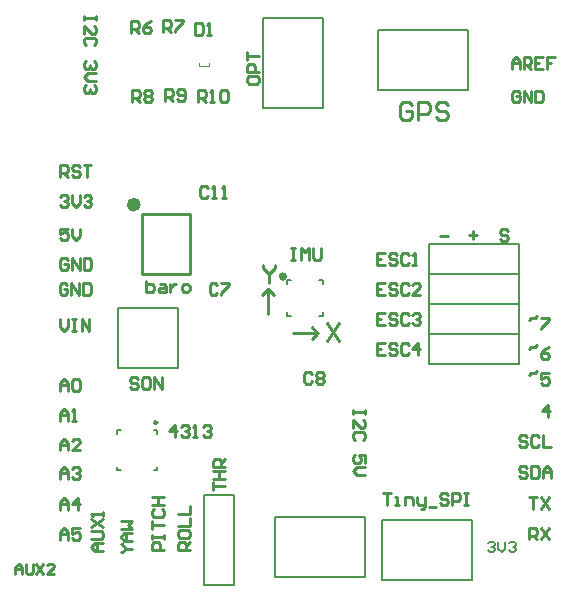
<source format=gto>
%FSAX42Y42*%
%MOMM*%
G71*
G01*
G75*
G04 Layer_Color=65535*
%ADD10R,1.70X1.70*%
%ADD11O,0.65X0.20*%
%ADD12O,0.20X0.65*%
%ADD13R,1.60X1.30*%
%ADD14R,1.30X1.60*%
%ADD15R,1.10X0.60*%
%ADD16R,1.40X1.00*%
%ADD17R,0.23X0.60*%
%ADD18R,0.60X0.23*%
%ADD19C,0.25*%
%ADD20C,0.24*%
%ADD21C,0.20*%
%ADD22C,1.50*%
%ADD23R,1.50X1.50*%
%ADD24R,1.50X1.50*%
%ADD25C,1.30*%
G04:AMPARAMS|DCode=26|XSize=3mm|YSize=1.5mm|CornerRadius=0mm|HoleSize=0mm|Usage=FLASHONLY|Rotation=0.000|XOffset=0mm|YOffset=0mm|HoleType=Round|Shape=Octagon|*
%AMOCTAGOND26*
4,1,8,1.50,-0.38,1.50,0.38,1.13,0.75,-1.13,0.75,-1.50,0.38,-1.50,-0.38,-1.13,-0.75,1.13,-0.75,1.50,-0.38,0.0*
%
%ADD26OCTAGOND26*%

%ADD27C,1.52*%
%ADD28C,0.50*%
%ADD29R,1.02X0.91*%
%ADD30R,0.91X1.02*%
%ADD31O,1.65X0.48*%
%ADD32R,0.60X1.10*%
%ADD33C,0.25*%
%ADD34C,0.60*%
%ADD35C,0.30*%
%ADD36C,0.10*%
%ADD37C,0.13*%
D19*
X003622Y005205D02*
X004022D01*
X003622D02*
Y005708D01*
X004022D01*
Y005205D02*
Y005708D01*
X004638Y005025D02*
X004685Y005072D01*
X004688Y004865D02*
Y005075D01*
X004690Y005072D02*
X004738Y005025D01*
X005058Y004650D02*
X005105Y004697D01*
X004897Y004700D02*
X005108D01*
X005058Y004750D02*
X005105Y004703D01*
X003900Y003822D02*
Y003922D01*
X003850Y003872D01*
X003917D01*
X003950Y003906D02*
X003967Y003922D01*
X004000D01*
X004017Y003906D01*
Y003889D01*
X004000Y003872D01*
X003983D01*
X004000D01*
X004017Y003856D01*
Y003839D01*
X004000Y003822D01*
X003967D01*
X003950Y003839D01*
X004050Y003822D02*
X004083D01*
X004067D01*
Y003922D01*
X004050Y003906D01*
X004133D02*
X004150Y003922D01*
X004183D01*
X004200Y003906D01*
Y003889D01*
X004183Y003872D01*
X004167D01*
X004183D01*
X004200Y003856D01*
Y003839D01*
X004183Y003822D01*
X004150D01*
X004133Y003839D01*
X004095Y006661D02*
Y006761D01*
X004145D01*
X004162Y006744D01*
Y006711D01*
X004145Y006694D01*
X004095D01*
X004129D02*
X004162Y006661D01*
X004195D02*
X004229D01*
X004212D01*
Y006761D01*
X004195Y006744D01*
X004279D02*
X004295Y006761D01*
X004329D01*
X004345Y006744D01*
Y006677D01*
X004329Y006661D01*
X004295D01*
X004279Y006677D01*
Y006744D01*
X003801Y007250D02*
Y007350D01*
X003851D01*
X003867Y007333D01*
Y007300D01*
X003851Y007283D01*
X003801D01*
X003834D02*
X003867Y007250D01*
X003901Y007350D02*
X003967D01*
Y007333D01*
X003901Y007267D01*
Y007250D01*
X003529Y007245D02*
Y007345D01*
X003579D01*
X003596Y007328D01*
Y007295D01*
X003579Y007278D01*
X003529D01*
X003562D02*
X003596Y007245D01*
X003696Y007345D02*
X003662Y007328D01*
X003629Y007295D01*
Y007262D01*
X003646Y007245D01*
X003679D01*
X003696Y007262D01*
Y007278D01*
X003679Y007295D01*
X003629D01*
X003816Y006668D02*
Y006768D01*
X003866D01*
X003883Y006752D01*
Y006718D01*
X003866Y006702D01*
X003816D01*
X003849D02*
X003883Y006668D01*
X003916Y006685D02*
X003933Y006668D01*
X003966D01*
X003983Y006685D01*
Y006752D01*
X003966Y006768D01*
X003933D01*
X003916Y006752D01*
Y006735D01*
X003933Y006718D01*
X003983D01*
X003537Y006658D02*
Y006758D01*
X003587D01*
X003603Y006741D01*
Y006708D01*
X003587Y006691D01*
X003537D01*
X003570D02*
X003603Y006658D01*
X003637Y006741D02*
X003653Y006758D01*
X003687D01*
X003703Y006741D01*
Y006725D01*
X003687Y006708D01*
X003703Y006691D01*
Y006675D01*
X003687Y006658D01*
X003653D01*
X003637Y006675D01*
Y006691D01*
X003653Y006708D01*
X003637Y006725D01*
Y006741D01*
X003653Y006708D02*
X003687D01*
X004070Y007327D02*
Y007227D01*
X004120D01*
X004137Y007244D01*
Y007310D01*
X004120Y007327D01*
X004070D01*
X004170Y007227D02*
X004203D01*
X004187D01*
Y007327D01*
X004170Y007310D01*
X003438Y002845D02*
X003454D01*
X003488Y002878D01*
X003454Y002912D01*
X003438D01*
X003488Y002878D02*
X003538D01*
Y002945D02*
X003471D01*
X003438Y002978D01*
X003471Y003012D01*
X003538D01*
X003488D01*
Y002945D01*
X003438Y003045D02*
X003538D01*
X003504Y003078D01*
X003538Y003112D01*
X003438D01*
X004220Y003370D02*
Y003437D01*
Y003404D01*
X004320D01*
X004220Y003470D02*
X004320D01*
X004270D01*
Y003537D01*
X004220D01*
X004320D01*
Y003570D02*
X004220D01*
Y003620D01*
X004237Y003637D01*
X004270D01*
X004287Y003620D01*
Y003570D01*
Y003603D02*
X004320Y003637D01*
X004028Y002867D02*
X003928D01*
Y002917D01*
X003944Y002934D01*
X003978D01*
X003994Y002917D01*
Y002867D01*
Y002901D02*
X004028Y002934D01*
X003928Y003017D02*
Y002984D01*
X003944Y002967D01*
X004011D01*
X004028Y002984D01*
Y003017D01*
X004011Y003034D01*
X003944D01*
X003928Y003017D01*
Y003067D02*
X004028D01*
Y003134D01*
X003928Y003167D02*
X004028D01*
Y003234D01*
X003805Y002862D02*
X003705D01*
Y002912D01*
X003722Y002929D01*
X003755D01*
X003772Y002912D01*
Y002862D01*
X003705Y002962D02*
Y002996D01*
Y002979D01*
X003805D01*
Y002962D01*
Y002996D01*
X003705Y003046D02*
Y003112D01*
Y003079D01*
X003805D01*
X003722Y003212D02*
X003705Y003196D01*
Y003162D01*
X003722Y003146D01*
X003788D01*
X003805Y003162D01*
Y003196D01*
X003788Y003212D01*
X003705Y003246D02*
X003805D01*
X003755D01*
Y003312D01*
X003705D01*
X003805D01*
X005677Y004618D02*
X005610D01*
Y004518D01*
X005677D01*
X005610Y004568D02*
X005643D01*
X005777Y004601D02*
X005760Y004618D01*
X005727D01*
X005710Y004601D01*
Y004585D01*
X005727Y004568D01*
X005760D01*
X005777Y004551D01*
Y004535D01*
X005760Y004518D01*
X005727D01*
X005710Y004535D01*
X005877Y004601D02*
X005860Y004618D01*
X005827D01*
X005810Y004601D01*
Y004535D01*
X005827Y004518D01*
X005860D01*
X005877Y004535D01*
X005960Y004518D02*
Y004618D01*
X005910Y004568D01*
X005977D01*
X005677Y004872D02*
X005610D01*
Y004772D01*
X005677D01*
X005610Y004822D02*
X005643D01*
X005777Y004855D02*
X005760Y004872D01*
X005727D01*
X005710Y004855D01*
Y004839D01*
X005727Y004822D01*
X005760D01*
X005777Y004805D01*
Y004789D01*
X005760Y004772D01*
X005727D01*
X005710Y004789D01*
X005877Y004855D02*
X005860Y004872D01*
X005827D01*
X005810Y004855D01*
Y004789D01*
X005827Y004772D01*
X005860D01*
X005877Y004789D01*
X005910Y004855D02*
X005927Y004872D01*
X005960D01*
X005977Y004855D01*
Y004839D01*
X005960Y004822D01*
X005943D01*
X005960D01*
X005977Y004805D01*
Y004789D01*
X005960Y004772D01*
X005927D01*
X005910Y004789D01*
X005677Y005126D02*
X005610D01*
Y005026D01*
X005677D01*
X005610Y005076D02*
X005643D01*
X005777Y005109D02*
X005760Y005126D01*
X005727D01*
X005710Y005109D01*
Y005093D01*
X005727Y005076D01*
X005760D01*
X005777Y005059D01*
Y005043D01*
X005760Y005026D01*
X005727D01*
X005710Y005043D01*
X005877Y005109D02*
X005860Y005126D01*
X005827D01*
X005810Y005109D01*
Y005043D01*
X005827Y005026D01*
X005860D01*
X005877Y005043D01*
X005977Y005026D02*
X005910D01*
X005977Y005093D01*
Y005109D01*
X005960Y005126D01*
X005927D01*
X005910Y005109D01*
X005677Y005380D02*
X005610D01*
Y005280D01*
X005677D01*
X005610Y005330D02*
X005643D01*
X005777Y005363D02*
X005760Y005380D01*
X005727D01*
X005710Y005363D01*
Y005347D01*
X005727Y005330D01*
X005760D01*
X005777Y005313D01*
Y005297D01*
X005760Y005280D01*
X005727D01*
X005710Y005297D01*
X005877Y005363D02*
X005860Y005380D01*
X005827D01*
X005810Y005363D01*
Y005297D01*
X005827Y005280D01*
X005860D01*
X005877Y005297D01*
X005910Y005280D02*
X005943D01*
X005927D01*
Y005380D01*
X005910Y005363D01*
X003288Y002858D02*
X003221D01*
X003188Y002891D01*
X003221Y002924D01*
X003288D01*
X003238D01*
Y002858D01*
X003188Y002957D02*
X003271D01*
X003288Y002974D01*
Y003007D01*
X003271Y003024D01*
X003188D01*
Y003057D02*
X003288Y003124D01*
X003188D02*
X003288Y003057D01*
Y003157D02*
Y003191D01*
Y003174D01*
X003188D01*
X003204Y003157D01*
X004883Y005420D02*
X004916D01*
X004899D01*
Y005320D01*
X004883D01*
X004916D01*
X004966D02*
Y005420D01*
X004999Y005387D01*
X005032Y005420D01*
Y005320D01*
X005066Y005420D02*
Y005337D01*
X005082Y005320D01*
X005116D01*
X005132Y005337D01*
Y005420D01*
X004259Y005108D02*
X004242Y005125D01*
X004209D01*
X004192Y005108D01*
Y005042D01*
X004209Y005025D01*
X004242D01*
X004259Y005042D01*
X004292Y005125D02*
X004359D01*
Y005108D01*
X004292Y005042D01*
Y005025D01*
X005057Y004358D02*
X005040Y004375D01*
X005007D01*
X004990Y004358D01*
Y004292D01*
X005007Y004275D01*
X005040D01*
X005057Y004292D01*
X005090Y004358D02*
X005107Y004375D01*
X005140D01*
X005157Y004358D01*
Y004342D01*
X005140Y004325D01*
X005157Y004308D01*
Y004292D01*
X005140Y004275D01*
X005107D01*
X005090Y004292D01*
Y004308D01*
X005107Y004325D01*
X005090Y004342D01*
Y004358D01*
X005107Y004325D02*
X005140D01*
X002545Y002660D02*
Y002720D01*
X002575Y002750D01*
X002605Y002720D01*
Y002660D01*
Y002705D01*
X002545D01*
X002635Y002750D02*
Y002675D01*
X002650Y002660D01*
X002680D01*
X002695Y002675D01*
Y002750D01*
X002725D02*
X002785Y002660D01*
Y002750D02*
X002725Y002660D01*
X002875D02*
X002815D01*
X002875Y002720D01*
Y002735D01*
X002860Y002750D01*
X002830D01*
X002815Y002735D01*
X003655Y005147D02*
Y005047D01*
X003705D01*
X003722Y005064D01*
Y005081D01*
Y005097D01*
X003705Y005114D01*
X003655D01*
X003772D02*
X003805D01*
X003822Y005097D01*
Y005047D01*
X003772D01*
X003755Y005064D01*
X003772Y005081D01*
X003822D01*
X003855Y005114D02*
Y005047D01*
Y005081D01*
X003872Y005097D01*
X003888Y005114D01*
X003905D01*
X003972Y005047D02*
X004005D01*
X004022Y005064D01*
Y005097D01*
X004005Y005114D01*
X003972D01*
X003955Y005097D01*
Y005064D01*
X003972Y005047D01*
X004179Y005928D02*
X004162Y005945D01*
X004129D01*
X004112Y005928D01*
Y005862D01*
X004129Y005845D01*
X004162D01*
X004179Y005862D01*
X004212Y005845D02*
X004246D01*
X004229D01*
Y005945D01*
X004212Y005928D01*
X004296Y005845D02*
X004329D01*
X004312D01*
Y005945D01*
X004296Y005928D01*
X005662Y003347D02*
X005729D01*
X005696D01*
Y003247D01*
X005762D02*
X005796D01*
X005779D01*
Y003314D01*
X005762D01*
X005846Y003247D02*
Y003314D01*
X005896D01*
X005912Y003297D01*
Y003247D01*
X005946Y003314D02*
Y003264D01*
X005962Y003247D01*
X006012D01*
Y003231D01*
X005996Y003214D01*
X005979D01*
X006012Y003247D02*
Y003314D01*
X006046Y003231D02*
X006112D01*
X006212Y003331D02*
X006196Y003347D01*
X006162D01*
X006146Y003331D01*
Y003314D01*
X006162Y003297D01*
X006196D01*
X006212Y003281D01*
Y003264D01*
X006196Y003247D01*
X006162D01*
X006146Y003264D01*
X006246Y003247D02*
Y003347D01*
X006296D01*
X006312Y003331D01*
Y003297D01*
X006296Y003281D01*
X006246D01*
X006346Y003347D02*
X006379D01*
X006362D01*
Y003247D01*
X006346D01*
X006379D01*
X004510Y006865D02*
Y006832D01*
X004527Y006815D01*
X004593D01*
X004610Y006832D01*
Y006865D01*
X004593Y006882D01*
X004527D01*
X004510Y006865D01*
X004610Y006915D02*
X004510D01*
Y006965D01*
X004527Y006982D01*
X004560D01*
X004577Y006965D01*
Y006915D01*
X004510Y007015D02*
Y007082D01*
Y007048D01*
X004610D01*
X003589Y004313D02*
X003572Y004330D01*
X003539D01*
X003522Y004313D01*
Y004297D01*
X003539Y004280D01*
X003572D01*
X003589Y004263D01*
Y004247D01*
X003572Y004230D01*
X003539D01*
X003522Y004247D01*
X003672Y004330D02*
X003639D01*
X003622Y004313D01*
Y004247D01*
X003639Y004230D01*
X003672D01*
X003689Y004247D01*
Y004313D01*
X003672Y004330D01*
X003722Y004230D02*
Y004330D01*
X003789Y004230D01*
Y004330D01*
X005904Y006629D02*
X005879Y006655D01*
X005828D01*
X005803Y006629D01*
Y006528D01*
X005828Y006503D01*
X005879D01*
X005904Y006528D01*
Y006579D01*
X005853D01*
X005955Y006503D02*
Y006655D01*
X006031D01*
X006056Y006629D01*
Y006579D01*
X006031Y006553D01*
X005955D01*
X006209Y006629D02*
X006183Y006655D01*
X006133D01*
X006107Y006629D01*
Y006604D01*
X006133Y006579D01*
X006183D01*
X006209Y006553D01*
Y006528D01*
X006183Y006503D01*
X006133D01*
X006107Y006528D01*
X006750Y006938D02*
Y007004D01*
X006783Y007037D01*
X006817Y007004D01*
Y006938D01*
Y006987D01*
X006750D01*
X006850Y006938D02*
Y007037D01*
X006900D01*
X006917Y007021D01*
Y006987D01*
X006900Y006971D01*
X006850D01*
X006883D02*
X006917Y006938D01*
X007017Y007037D02*
X006950D01*
Y006938D01*
X007017D01*
X006950Y006987D02*
X006983D01*
X007117Y007037D02*
X007050D01*
Y006987D01*
X007083D01*
X007050D01*
Y006938D01*
X006900Y004816D02*
X006917Y004832D01*
X006950D01*
X006967Y004849D01*
X007000Y004832D02*
X007067D01*
Y004816D01*
X007000Y004749D01*
Y004733D01*
X006900Y004566D02*
X006917Y004582D01*
X006950D01*
X006967Y004599D01*
X007067Y004582D02*
X007033Y004566D01*
X007000Y004532D01*
Y004499D01*
X007017Y004483D01*
X007050D01*
X007067Y004499D01*
Y004516D01*
X007050Y004532D01*
X007000D01*
X006900Y004348D02*
X006917Y004365D01*
X006950D01*
X006967Y004382D01*
X007067Y004365D02*
X007000D01*
Y004315D01*
X007033Y004332D01*
X007050D01*
X007067Y004315D01*
Y004282D01*
X007050Y004265D01*
X007017D01*
X007000Y004282D01*
X007057Y003990D02*
Y004090D01*
X007007Y004040D01*
X007074D01*
X002925Y006025D02*
Y006125D01*
X002975D01*
X002992Y006108D01*
Y006075D01*
X002975Y006058D01*
X002925D01*
X002958D02*
X002992Y006025D01*
X003092Y006108D02*
X003075Y006125D01*
X003042D01*
X003025Y006108D01*
Y006092D01*
X003042Y006075D01*
X003075D01*
X003092Y006058D01*
Y006042D01*
X003075Y006025D01*
X003042D01*
X003025Y006042D01*
X003125Y006125D02*
X003192D01*
X003158D01*
Y006025D01*
X006817Y006738D02*
X006800Y006755D01*
X006767D01*
X006750Y006738D01*
Y006672D01*
X006767Y006655D01*
X006800D01*
X006817Y006672D01*
Y006705D01*
X006783D01*
X006850Y006655D02*
Y006755D01*
X006917Y006655D01*
Y006755D01*
X006950D02*
Y006655D01*
X007000D01*
X007017Y006672D01*
Y006738D01*
X007000Y006755D01*
X006950D01*
X006879Y003818D02*
X006862Y003835D01*
X006829D01*
X006812Y003818D01*
Y003802D01*
X006829Y003785D01*
X006862D01*
X006879Y003768D01*
Y003752D01*
X006862Y003735D01*
X006829D01*
X006812Y003752D01*
X006979Y003818D02*
X006962Y003835D01*
X006929D01*
X006912Y003818D01*
Y003752D01*
X006929Y003735D01*
X006962D01*
X006979Y003752D01*
X007012Y003835D02*
Y003735D01*
X007079D01*
X006879Y003558D02*
X006862Y003575D01*
X006829D01*
X006812Y003558D01*
Y003542D01*
X006829Y003525D01*
X006862D01*
X006879Y003508D01*
Y003492D01*
X006862Y003475D01*
X006829D01*
X006812Y003492D01*
X006912Y003575D02*
Y003475D01*
X006962D01*
X006979Y003492D01*
Y003558D01*
X006962Y003575D01*
X006912D01*
X007012Y003475D02*
Y003542D01*
X007046Y003575D01*
X007079Y003542D01*
Y003475D01*
Y003525D01*
X007012D01*
X006900Y002955D02*
Y003055D01*
X006950D01*
X006967Y003038D01*
Y003005D01*
X006950Y002988D01*
X006900D01*
X006933D02*
X006967Y002955D01*
X007000Y003055D02*
X007067Y002955D01*
Y003055D02*
X007000Y002955D01*
X006900Y003315D02*
X006967D01*
X006933D01*
Y003215D01*
X007000Y003315D02*
X007067Y003215D01*
Y003315D02*
X007000Y003215D01*
X002925Y002950D02*
Y003017D01*
X002958Y003050D01*
X002992Y003017D01*
Y002950D01*
Y003000D01*
X002925D01*
X003092Y003050D02*
X003025D01*
Y003000D01*
X003058Y003017D01*
X003075D01*
X003092Y003000D01*
Y002967D01*
X003075Y002950D01*
X003042D01*
X003025Y002967D01*
X002925Y003208D02*
Y003274D01*
X002958Y003307D01*
X002992Y003274D01*
Y003208D01*
Y003257D01*
X002925D01*
X003075Y003208D02*
Y003307D01*
X003025Y003257D01*
X003092D01*
X002925Y003467D02*
Y003534D01*
X002958Y003567D01*
X002992Y003534D01*
Y003467D01*
Y003517D01*
X002925D01*
X003025Y003551D02*
X003042Y003567D01*
X003075D01*
X003092Y003551D01*
Y003534D01*
X003075Y003517D01*
X003058D01*
X003075D01*
X003092Y003501D01*
Y003484D01*
X003075Y003467D01*
X003042D01*
X003025Y003484D01*
X002925Y003708D02*
Y003774D01*
X002958Y003807D01*
X002992Y003774D01*
Y003708D01*
Y003757D01*
X002925D01*
X003092Y003708D02*
X003025D01*
X003092Y003774D01*
Y003791D01*
X003075Y003807D01*
X003042D01*
X003025Y003791D01*
X002925Y003958D02*
Y004024D01*
X002958Y004057D01*
X002992Y004024D01*
Y003958D01*
Y004007D01*
X002925D01*
X003025Y003958D02*
X003058D01*
X003042D01*
Y004057D01*
X003025Y004041D01*
X002925Y004215D02*
Y004282D01*
X002958Y004315D01*
X002992Y004282D01*
Y004215D01*
Y004265D01*
X002925D01*
X003025Y004298D02*
X003042Y004315D01*
X003075D01*
X003092Y004298D01*
Y004232D01*
X003075Y004215D01*
X003042D01*
X003025Y004232D01*
Y004298D01*
X002925Y004817D02*
Y004751D01*
X002958Y004717D01*
X002992Y004751D01*
Y004817D01*
X003025D02*
X003058D01*
X003042D01*
Y004717D01*
X003025D01*
X003058D01*
X003108D02*
Y004817D01*
X003175Y004717D01*
Y004817D01*
X002989Y005106D02*
X002972Y005122D01*
X002939D01*
X002923Y005106D01*
Y005039D01*
X002939Y005022D01*
X002972D01*
X002989Y005039D01*
Y005072D01*
X002956D01*
X003022Y005022D02*
Y005122D01*
X003089Y005022D01*
Y005122D01*
X003122D02*
Y005022D01*
X003172D01*
X003189Y005039D01*
Y005106D01*
X003172Y005122D01*
X003122D01*
X002992Y005321D02*
X002975Y005337D01*
X002942D01*
X002925Y005321D01*
Y005254D01*
X002942Y005238D01*
X002975D01*
X002992Y005254D01*
Y005287D01*
X002958D01*
X003025Y005238D02*
Y005337D01*
X003092Y005238D01*
Y005337D01*
X003125D02*
Y005238D01*
X003175D01*
X003192Y005254D01*
Y005321D01*
X003175Y005337D01*
X003125D01*
X002992Y005587D02*
X002925D01*
Y005537D01*
X002958Y005554D01*
X002975D01*
X002992Y005537D01*
Y005504D01*
X002975Y005488D01*
X002942D01*
X002925Y005504D01*
X003025Y005587D02*
Y005521D01*
X003058Y005488D01*
X003092Y005521D01*
Y005587D01*
X002925Y005856D02*
X002942Y005872D01*
X002975D01*
X002992Y005856D01*
Y005839D01*
X002975Y005822D01*
X002958D01*
X002975D01*
X002992Y005806D01*
Y005789D01*
X002975Y005772D01*
X002942D01*
X002925Y005789D01*
X003025Y005872D02*
Y005806D01*
X003058Y005772D01*
X003092Y005806D01*
Y005872D01*
X003125Y005856D02*
X003142Y005872D01*
X003175D01*
X003192Y005856D01*
Y005839D01*
X003175Y005822D01*
X003158D01*
X003175D01*
X003192Y005806D01*
Y005789D01*
X003175Y005772D01*
X003142D01*
X003125Y005789D01*
X003230Y007388D02*
Y007354D01*
Y007371D01*
X003130D01*
Y007388D01*
Y007354D01*
Y007238D02*
Y007304D01*
X003197Y007238D01*
X003213D01*
X003230Y007254D01*
Y007288D01*
X003213Y007304D01*
Y007138D02*
X003230Y007154D01*
Y007188D01*
X003213Y007204D01*
X003147D01*
X003130Y007188D01*
Y007154D01*
X003147Y007138D01*
X003213Y007004D02*
X003230Y006988D01*
Y006954D01*
X003213Y006938D01*
X003197D01*
X003180Y006954D01*
Y006971D01*
Y006954D01*
X003163Y006938D01*
X003147D01*
X003130Y006954D01*
Y006988D01*
X003147Y007004D01*
X003230Y006904D02*
X003163D01*
X003130Y006871D01*
X003163Y006838D01*
X003230D01*
X003213Y006804D02*
X003230Y006788D01*
Y006754D01*
X003213Y006738D01*
X003197D01*
X003180Y006754D01*
Y006771D01*
Y006754D01*
X003163Y006738D01*
X003147D01*
X003130Y006754D01*
Y006788D01*
X003147Y006804D01*
X005507Y004050D02*
Y004017D01*
Y004033D01*
X005408D01*
Y004050D01*
Y004017D01*
Y003900D02*
Y003967D01*
X005474Y003900D01*
X005491D01*
X005507Y003917D01*
Y003950D01*
X005491Y003967D01*
Y003800D02*
X005507Y003817D01*
Y003850D01*
X005491Y003867D01*
X005424D01*
X005408Y003850D01*
Y003817D01*
X005424Y003800D01*
X005507Y003600D02*
Y003667D01*
X005457D01*
X005474Y003633D01*
Y003617D01*
X005457Y003600D01*
X005424D01*
X005408Y003617D01*
Y003650D01*
X005424Y003667D01*
X005507Y003567D02*
X005441D01*
X005408Y003533D01*
X005441Y003500D01*
X005507D01*
X006147Y005525D02*
X006214D01*
X006392Y005535D02*
X006459D01*
X006426Y005568D02*
Y005502D01*
X006717Y005566D02*
X006700Y005582D01*
X006667D01*
X006650Y005566D01*
Y005549D01*
X006667Y005532D01*
X006700D01*
X006717Y005516D01*
Y005499D01*
X006700Y005483D01*
X006667D01*
X006650Y005499D01*
X004642Y005282D02*
Y005257D01*
X004693Y005206D01*
X004744Y005257D01*
Y005282D01*
X004693Y005206D02*
Y005130D01*
X005185Y004787D02*
X005287Y004635D01*
Y004787D02*
X005185Y004635D01*
D21*
X003750Y003540D02*
Y003570D01*
X003720Y003540D02*
X003750D01*
X003720Y003880D02*
X003750D01*
Y003850D02*
Y003880D01*
X003410D02*
X003440D01*
X003410Y003850D02*
Y003880D01*
Y003540D02*
X003440D01*
X003410D02*
Y003570D01*
X006415Y002615D02*
Y003123D01*
X005928Y002615D02*
X006415D01*
X005653Y003123D02*
X006415D01*
X005653Y002615D02*
X006415D01*
X005653D02*
Y003123D01*
X003926Y004410D02*
Y004918D01*
X003418D02*
X003926D01*
X003418Y004410D02*
X003926D01*
X003418D02*
Y004918D01*
X004397Y002573D02*
Y003335D01*
X004143D02*
X004397D01*
X004143Y002573D02*
Y003335D01*
Y002573D02*
X004397D01*
X006050Y005457D02*
X006812D01*
X006050Y005203D02*
Y005457D01*
Y005203D02*
X006812D01*
Y005457D01*
X006050Y005203D02*
X006812D01*
X006050Y004949D02*
Y005203D01*
Y004949D02*
X006812D01*
Y005203D01*
X006050Y004949D02*
X006812D01*
X006050Y004695D02*
Y004949D01*
Y004695D02*
X006812D01*
Y004949D01*
X006050Y004695D02*
X006812D01*
X006050Y004441D02*
Y004695D01*
Y004441D02*
X006812D01*
Y004695D01*
X004746Y002638D02*
Y003146D01*
Y002638D02*
X005508D01*
X004746Y003146D02*
X005508D01*
X005021Y002638D02*
X005508D01*
Y003146D01*
X005154Y006881D02*
Y007367D01*
Y006605D02*
Y007367D01*
X004646Y006605D02*
Y007367D01*
Y006605D02*
X005154D01*
X004646Y007367D02*
X005154D01*
X005620Y007264D02*
X006107D01*
X005620D02*
X006382D01*
X005620Y006757D02*
X006382D01*
Y007264D01*
X005620Y006757D02*
Y007264D01*
X006547Y002922D02*
X006562Y002937D01*
X006592D01*
X006607Y002922D01*
Y002907D01*
X006592Y002892D01*
X006577D01*
X006592D01*
X006607Y002877D01*
Y002862D01*
X006592Y002848D01*
X006562D01*
X006547Y002862D01*
X006637Y002937D02*
Y002877D01*
X006667Y002848D01*
X006697Y002877D01*
Y002937D01*
X006727Y002922D02*
X006742Y002937D01*
X006772D01*
X006787Y002922D01*
Y002907D01*
X006772Y002892D01*
X006757D01*
X006772D01*
X006787Y002877D01*
Y002862D01*
X006772Y002848D01*
X006742D01*
X006727Y002862D01*
D33*
X003747Y003945D02*
G03*
X003747Y003945I-000012J000000D01*
G01*
D34*
X003580Y005790D02*
G03*
X003580Y005790I-000030J000000D01*
G01*
D35*
X004833Y005180D02*
G03*
X004833Y005180I-000020J000000D01*
G01*
D36*
X004105Y006965D02*
Y006992D01*
Y006965D02*
X004185D01*
Y006992D01*
D37*
X005150Y005120D02*
Y005150D01*
Y004850D02*
Y004880D01*
X004850Y004850D02*
Y004880D01*
Y004850D02*
X004880D01*
X005120D02*
X005150D01*
X005120Y005150D02*
X005150D01*
X004850D02*
X004880D01*
X004850Y005120D02*
Y005150D01*
M02*

</source>
